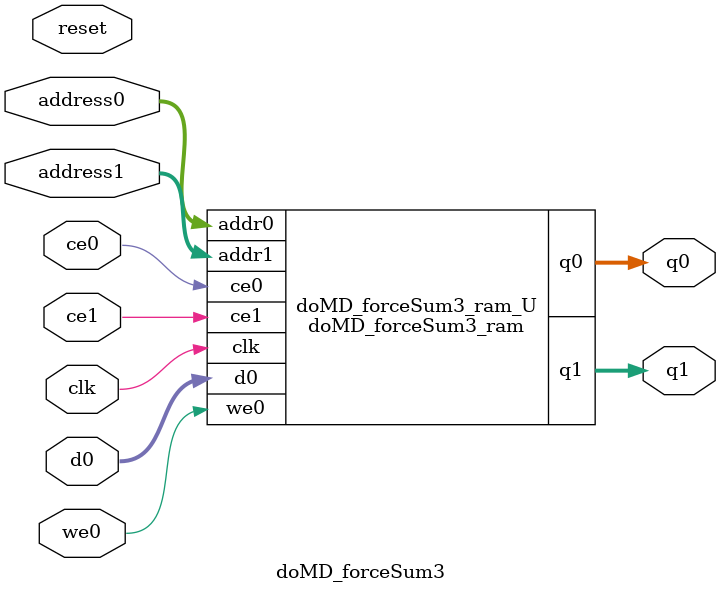
<source format=v>

`timescale 1 ns / 1 ps
module doMD_forceSum3_ram (addr0, ce0, d0, we0, q0, addr1, ce1, q1,  clk);

parameter DWIDTH = 32;
parameter AWIDTH = 8;
parameter MEM_SIZE = 216;

input[AWIDTH-1:0] addr0;
input ce0;
input[DWIDTH-1:0] d0;
input we0;
output reg[DWIDTH-1:0] q0;
input[AWIDTH-1:0] addr1;
input ce1;
output reg[DWIDTH-1:0] q1;
input clk;

(* ram_style = "block" *)reg [DWIDTH-1:0] ram[0:MEM_SIZE-1];




always @(posedge clk)  
begin 
    if (ce0) 
    begin
        if (we0) 
        begin 
            ram[addr0] <= d0; 
            q0 <= d0;
        end 
        else 
            q0 <= ram[addr0];
    end
end


always @(posedge clk)  
begin 
    if (ce1) 
    begin
            q1 <= ram[addr1];
    end
end


endmodule


`timescale 1 ns / 1 ps
module doMD_forceSum3(
    reset,
    clk,
    address0,
    ce0,
    we0,
    d0,
    q0,
    address1,
    ce1,
    q1);

parameter DataWidth = 32'd32;
parameter AddressRange = 32'd216;
parameter AddressWidth = 32'd8;
input reset;
input clk;
input[AddressWidth - 1:0] address0;
input ce0;
input we0;
input[DataWidth - 1:0] d0;
output[DataWidth - 1:0] q0;
input[AddressWidth - 1:0] address1;
input ce1;
output[DataWidth - 1:0] q1;



doMD_forceSum3_ram doMD_forceSum3_ram_U(
    .clk( clk ),
    .addr0( address0 ),
    .ce0( ce0 ),
    .d0( d0 ),
    .we0( we0 ),
    .q0( q0 ),
    .addr1( address1 ),
    .ce1( ce1 ),
    .q1( q1 ));

endmodule


</source>
